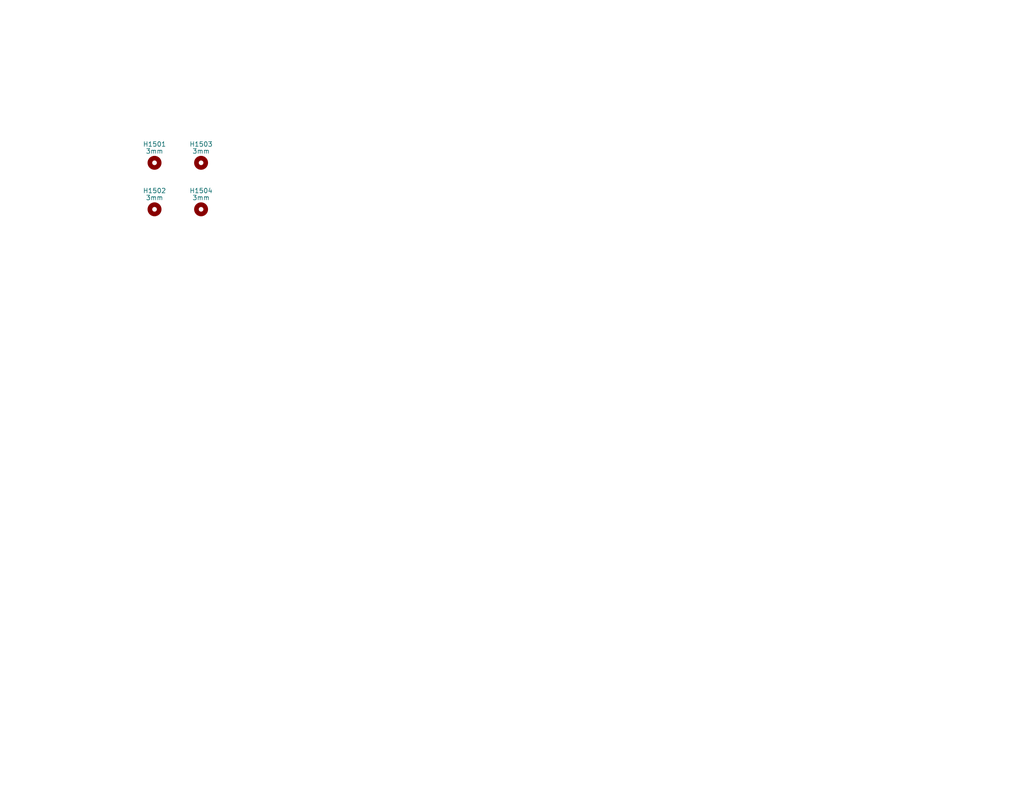
<source format=kicad_sch>
(kicad_sch (version 20231120) (generator "eeschema") (generator_version "8.0")
  (paper "A")
  (title_block (title "Stopwatch") (date "2024-04-28") (rev "B") (company "Drew Maatman"))
  (lib_symbols
    (symbol "Mechanical:MountingHole" (pin_names (offset 1.016))
      (property "Reference" "H" (at 0 5.08 0))
      (property "Value" "MountingHole" (at 0 3.175 0))
      (symbol "MountingHole_0_1"
        (circle (center 0 0) (radius 1.27) (stroke (width 1.27)))
      )
    )
  )
  (symbol (lib_id "Mechanical:MountingHole") (at 42.164 44.45 0) (unit 1)
    (property "Reference" "H1501" (at 42.164 39.37 0))
    (property "Value" "3mm" (at 42.164 41.275 0))
    (property "Footprint" "MountingHole:MountingHole_3mm" (effects (hide yes)))
  )
  (symbol (lib_id "Mechanical:MountingHole") (at 54.864 44.45 0) (unit 1)
    (property "Reference" "H1503" (at 54.864 39.37 0))
    (property "Value" "3mm" (at 54.864 41.275 0))
    (property "Footprint" "MountingHole:MountingHole_3mm" (effects (hide yes)))
  )
  (symbol (lib_id "Mechanical:MountingHole") (at 42.164 57.15 0) (unit 1)
    (property "Reference" "H1502" (at 42.164 52.07 0))
    (property "Value" "3mm" (at 42.164 53.975 0))
    (property "Footprint" "MountingHole:MountingHole_3mm" (effects (hide yes)))
  )
  (symbol (lib_id "Mechanical:MountingHole") (at 54.864 57.15 0) (unit 1)
    (property "Reference" "H1504" (at 54.864 52.07 0))
    (property "Value" "3mm" (at 54.864 53.975 0))
    (property "Footprint" "MountingHole:MountingHole_3mm" (effects (hide yes)))
  )
)
</source>
